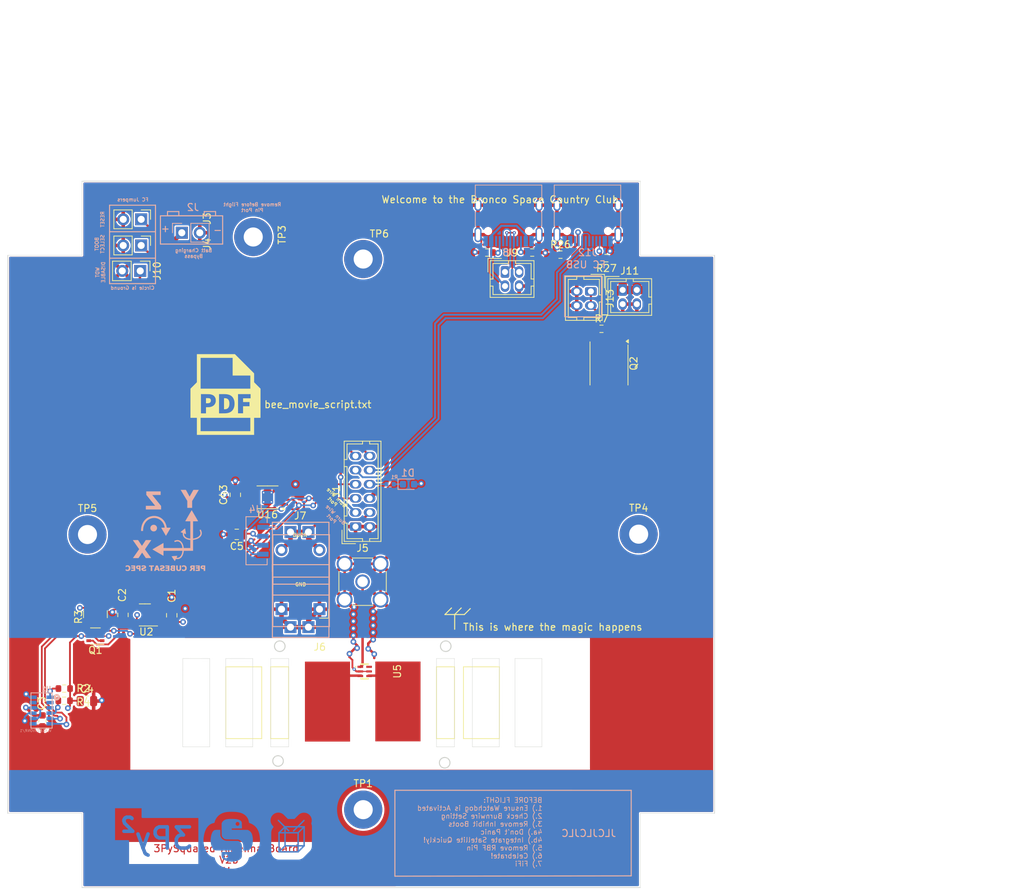
<source format=kicad_pcb>
(kicad_pcb (version 20241229) (generator "pcbnew") (generator_version "9.0")
  (layers (0 "F.Cu" signal) (2 "B.Cu" signal) (13 "F.Paste" user) (15 "B.Paste" user) (5 "F.SilkS" user "F.Silkscreen") (7 "B.SilkS" user "B.Silkscreen") (1 "F.Mask" user) (3 "B.Mask" user) (25 "Edge.Cuts" user))
  (net 0 "")
  (net 1 "GND")
  (net 2 "+3V3")
  (net 3 "Net-(J6-tape_1)")
  (net 4 "Net-(J6-tape_2)")
  (net 5 "Dir_Chrg_In")
  (net 6 "BURN")
  (net 7 "2.8V")
  (net 8 "Net-(D1-A)")
  (net 9 "/SCL_3V")
  (net 10 "/GPIO")
  (net 11 "/XSHUT_2.8V")
  (net 17 "~{FC_RESET}")
  (net 18 "Net-(J5-In)")
  (net 19 "FC_USBBOOT")
  (net 20 "USB_D-")
  (net 21 "/SDA_3V")
  (net 22 "SDA0")
  (net 23 "USB_D+")
  (net 24 "SCL0")
  (net 26 "Net-(J12-CC2)")
  (net 32 "Net-(J12-CC1)")
  (net 40 "Net-(J8-CC1)")
  (net 41 "/Payload_D-")
  (net 42 "Net-(J8-CC2)")
  (net 44 "/Payload_D+")
  (net 46 "/Payload_VBUS")
  (net 47 "WDT_DISABLE")
  (net 48 "/RBF_Low")
  (net 49 "/RBF_High")
  (net 50 "Net-(J13-Pin_1)")
  (footprint "Resistor_SMD:R_0603_1608Metric" (layer "F.Cu") (at 123.5208 135.7694)
    (property "Reference" "R4")
    (property "Value" "10K")
  )
  (footprint "Antenna_board:Burn_Wire" (layer "F.Cu") (at 157.7858 105.3069)
    (property "Reference" "J7")
    (property "Value" "~")
  )
  (footprint "Connector_PinHeader_2.54mm:PinHeader_1x02_P2.54mm_Vertical" (layer "F.Cu") (at 134.4208 67.6194 -90)
    (property "Reference" "J3")
    (property "Value" "FC Reset Jumper")
  )
  (footprint "Resistor_SMD:R_0603_1608Metric" (layer "F.Cu") (at 193.7458 72.6194)
    (property "Reference" "R26")
    (property "Value" "5.1k")
  )
  (footprint "Connector_Hirose:Hirose_DF11-4DP-2DSA_2x02_P2.00mm_Vertical" (layer "F.Cu") (at 202.5458 77.6194)
    (property "Reference" "J11")
    (property "Value" "DF11-4DP-2DSA")
  )
  (footprint "MountingHole:MountingHole_2.7mm_M2.5_Pad" (layer "F.Cu") (at 150.2758 70.1194 90)
    (property "Reference" "TP3")
    (property "Value" "TestPoint")
  )
  (footprint "Connector_Hirose:Hirose_DF11-4DP-2DSA_2x02_P2.00mm_Vertical" (layer "F.Cu") (at 198.0458 77.8194 -90)
    (property "Reference" "J13")
    (property "Value" "DNP")
  )
  (footprint "Capacitor_SMD:C_0805_2012Metric" (layer "F.Cu") (at 126.7458 135.8194)
    (property "Reference" "C4")
    (property "Value" "100nF")
  )
  (footprint "Capacitor_SMD:C_0805_2012Metric" (layer "F.Cu") (at 131.8458 123.6194 90)
    (property "Reference" "C2")
    (property "Value" "10uF")
  )
  (footprint "Connector_Hirose:Hirose_DF11-12DP-2DSA_2x06_P2.00mm_Vertical" (layer "F.Cu") (at 164.7458 111.1194 90)
    (property "Reference" "J1")
    (property "Value" "DEBUG")
  )
  (footprint "Capacitor_SMD:C_0805_2012Metric" (layer "F.Cu") (at 138.7458 123.6694 90)
    (property "Reference" "C1")
    (property "Value" "10uF")
  )
  (footprint "Package_TO_SOT_SMD:TDSON-8-1" (layer "F.Cu") (at 200.6108 88.0194 -90)
    (property "Reference" "Q2")
    (property "Value" "CSD17576Q5B")
  )
  (footprint "Resistor_SMD:R_0603_1608Metric" (layer "F.Cu") (at 200.2458 73.1194 180)
    (property "Reference" "R27")
    (property "Value" "5.1k")
  )
  (footprint "Capacitor_SMD:C_0805_2012Metric" (layer "F.Cu") (at 147.7458 106.6194 90)
    (property "Reference" "C43")
    (property "Value" "100nF")
  )
  (footprint "Connector_PinHeader_2.54mm:PinHeader_1x02_P2.54mm_Vertical" (layer "F.Cu") (at 134.2858 74.9194 -90)
    (property "Reference" "J10")
    (property "Value" "WDT Disable Jumper")
  )
  (footprint "easyeda2kicad:XFMR-SMD_HHM1591D1" (layer "F.Cu") (at 166.0458 131.6194 -90)
    (property "Reference" "U5")
    (property "Value" "HHM1591D1")
  )
  (footprint "Antenna_board:Tape_Measure_Antenna" (layer "F.Cu") (at 165.7858 127.0494)
    (property "Reference" "J6")
    (property "Value" "~")
    (fp_line (start -25.4804 15.2476) (end -21.6562 15.2476) (stroke (width 0.05)) (layer "Edge.Cuts"))
    (fp_line (start -25.4662 2.7476) (end -25.4804 15.2476) (stroke (width 0.05)) (layer "Edge.Cuts"))
    (fp_line (start -21.6562 2.7524) (end -25.4662 2.7476) (stroke (width 0.05)) (layer "Edge.Cuts"))
    (fp_line (start -21.6562 15.2476) (end -21.6562 2.7524) (stroke (width 0.05)) (layer "Edge.Cuts"))
    (fp_line (start -19.4062 15.25) (end -15.582 15.25) (stroke (width 0.05)) (layer "Edge.Cuts"))
    (fp_line (start -19.392 2.75) (end -19.4062 15.25) (stroke (width 0.05)) (layer "Edge.Cuts"))
    (fp_line (start -15.582 2.7548) (end -19.392 2.75) (stroke (width 0.05)) (layer "Edge.Cuts"))
    (fp_line (start -15.582 15.25) (end -15.582 2.7548) (stroke (width 0.05)) (layer "Edge.Cuts"))
    (fp_line (start -13.042 2.75) (end -10.502 2.75) (stroke (width 0.05)) (layer "Edge.Cuts"))
    (fp_line (start -13.042 15.25) (end -13.042 2.75) (stroke (width 0.05)) (layer "Edge.Cuts"))
    (fp_line (start -10.502 2.75) (end -10.502 15.25) (stroke (width 0.05)) (layer "Edge.Cuts"))
    (fp_line (start -10.502 15.25) (end -13.042 15.25) (stroke (width 0.05)) (layer "Edge.Cuts"))
    (fp_line (start 10.42 2.75) (end 10.42 15.25) (stroke (width 0.05)) (layer "Edge.Cuts"))
    (fp_line (start 10.42 15.25) (end 12.96 15.25) (stroke (width 0.05)) (layer "Edge.Cuts"))
    (fp_line (start 12.96 2.75) (end 10.42 2.75) (stroke (width 0.05)) (layer "Edge.Cuts"))
    (fp_line (start 12.96 15.25) (end 12.96 2.75) (stroke (width 0.05)) (layer "Edge.Cuts"))
    (fp_line (start 15.5 2.75) (end 15.5 15.25) (stroke (width 0.05)) (layer "Edge.Cuts"))
    (fp_line (start 15.5 15.25) (end 19.31 15.25) (stroke (width 0.05)) (layer "Edge.Cuts"))
    (fp_line (start 19.31 2.75) (end 15.5 2.75) (stroke (width 0.05)) (layer "Edge.Cuts"))
    (fp_line (start 19.31 15.25) (end 19.31 2.75) (stroke (width 0.05)) (layer "Edge.Cuts"))
    (fp_line (start 21.5258 2.75) (end 21.5258 15.25) (stroke (width 0.05)) (layer "Edge.Cuts"))
    (fp_line (start 21.5258 15.25) (end 25.3358 15.25) (stroke (width 0.05)) (layer "Edge.Cuts"))
    (fp_line (start 25.3358 2.75) (end 21.5258 2.75) (stroke (width 0.05)) (layer "Edge.Cuts"))
    (fp_line (start 25.3358 15.25) (end 25.3358 2.75) (stroke (width 0.05)) (layer "Edge.Cuts"))
    (fp_circle (center -12 17.25) (end -12.75 17.25) (stroke (width 0.15)) (fill no) (layer "Edge.Cuts"))
    (fp_circle (center -11.7562 1) (end -11.0062 1) (stroke (width 0.15)) (fill no) (layer "Edge.Cuts"))
    (fp_circle (center 11.5758 17.5) (end 12.3258 17.5) (stroke (width 0.15)) (fill no) (layer "Edge.Cuts"))
    (fp_circle (center 11.7258 1) (end 12.4758 1) (stroke (width 0.15)) (fill no) (layer "Edge.Cuts"))
  )
  (footprint "MountingHole:MountingHole_2.7mm_M2.5_Pad" (layer "F.Cu") (at 126.8258 112.2394)
    (property "Reference" "TP5")
    (property "Value" "TestPoint")
  )
  (footprint "Resistor_SMD:R_0603_1608Metric" (layer "F.Cu") (at 199.5458 83.1194)
    (property "Reference" "R7")
    (property "Value" "1M")
  )
  (footprint "MountingHole:MountingHole_2.7mm_M2.5_Pad" (layer "F.Cu") (at 165.8358 73.2394)
    (property "Reference" "TP6")
    (property "Value" "TestPoint")
  )
  (footprint "Package_TO_SOT_SMD:SOT-23-5" (layer "F.Cu") (at 134.9458 123.6194 180)
    (property "Reference" "U2")
    (property "Value" "LP5907-2.8V")
  )
  (footprint "Resistor_SMD:R_0603_1608Metric" (layer "F.Cu") (at 189.7458 72.3194 180)
    (property "Reference" "R6" (hide yes))
    (property "Value" "5.1k")
  )
  (footprint "LOGO" (layer "F.Cu") (at 146.3458 92.4194)
    (property "Reference" "G***" (hide yes))
    (property "Value" "LOGO" (hide yes))
  )
  (footprint "MountingHole:MountingHole_2.7mm_M2.5_Pad" (layer "F.Cu") (at 165.8358 151.1894)
    (property "Reference" "TP1")
    (property "Value" "TestPoint")
  )
  (footprint "MountingHole:MountingHole_2.7mm_M2.5_Pad" (layer "F.Cu") (at 204.8058 112.1894)
    (property "Reference" "TP4")
    (property "Value" "TestPoint")
  )
  (footprint "Resistor_SMD:R_0603_1608Metric" (layer "F.Cu") (at 123.5358 134.0494)
    (property "Reference" "R2")
    (property "Value" "10K")
  )
  (footprint "Capacitor_SMD:C_0603_1608Metric" (layer "F.Cu") (at 120.4458 138.6194 -90)
    (property "Reference" "C3")
    (property "Value" "0.1uF")
  )
  (footprint "Connector_Coaxial:SMA_Amphenol_901-144_Vertical" (layer "F.Cu") (at 165.7458 118.9194)
    (property "Reference" "J5")
    (property "Value" "Conn_Coaxial")
  )
  (footprint "Connector_Hirose:Hirose_DF11-4DP-2DSA_2x02_P2.00mm_Vertical" (layer "F.Cu") (at 185.8958 75.0694)
    (property "Reference" "J9")
    (property "Value" "DF11-4DP-2DSA")
  )
  (footprint "Resistor_SMD:R_0603_1608Metric" (layer "F.Cu") (at 183.3708 72.3194)
    (property "Reference" "R5" (hide yes))
    (property "Value" "5.1k")
  )
  (footprint "Package_TO_SOT_SMD:SOT-363_SC-70-6" (layer "F.Cu") (at 127.9458 126.6194 180)
    (property "Reference" "Q1")
    (property "Value" "BSS138")
  )
  (footprint "Resistor_SMD:R_Array_Convex_4x0603" (layer "F.Cu") (at 127.9458 123.5194 -90)
    (property "Reference" "R3")
    (property "Value" "10K")
  )
  (footprint "LOGO" (layer "F.Cu") (at 244.6458 63.3194)
    (property "Reference" "G***" (hide yes))
    (property "Value" "LOGO" (hide yes))
  )
  (footprint "LOGO" (layer "F.Cu") (at 186.937277 157.595673)
    (property "Reference" "G***" (hide yes))
    (property "Value" "LOGO" (hide yes))
  )
  (footprint "Package_SO:MSOP-8-1EP_3x3mm_P0.65mm_EP1.5x1.8mm_ThermalVias" (layer "F.Cu") (at 152.2958 106.9694 180)
    (property "Reference" "U16")
    (property "Value" "MCP9808T-E/MS")
  )
  (footprint "Capacitor_SMD:C_0805_2012Metric" (layer "F.Cu") (at 147.9458 112.2194 180)
    (property "Reference" "C5")
    (property "Value" "100nF")
  )
  (footprint "Connector_PinHeader_2.54mm:PinHeader_1x02_P2.54mm_Vertical" (layer "F.Cu") (at 134.4208 71.3194 -90)
    (property "Reference" "J4")
    (property "Value" "FC USB Bootselect Jumper")
  )
  (footprint "LOGO" (layer "B.Cu") (at 121.9208 99.3944 180)
    (property "Reference" "G***" (hide yes))
    (property "Value" "LOGO" (hide yes))
  )
  (footprint "LOGO" (layer "B.Cu") (at 151.4458 120.8194 180)
    (property "Reference" "G***" (hide yes))
    (property "Value" "LOGO" (hide yes))
  )
  (footprint "LOGO" (layer "B.Cu") (at 128.5208 95.0944 180)
    (property "Reference" "G***" (hide yes))
    (property "Value" "LOGO" (hide yes))
  )
  (footprint "LOGO" (layer "B.Cu") (at 134.2208 99.0944 180)
    (property "Reference" "G***" (hide yes))
    (property "Value" "LOGO" (hide yes))
  )
  (footprint "VEML7700-TT:XDCR_VEML7700-TT" (layer "B.Cu") (at 150.7458 113.1194 180)
    (property "Reference" "U4")
    (property "Value" "VEML7700")
  )
  (footprint "LED_SMD:LED_0603_1608Metric" (layer "B.Cu") (at 172.2458 105.1194)
    (property "Reference" "D1")
    (property "Value" "Blue")
  )
  (footprint "Connector_PinHeader_2.54mm:PinHeader_1x02_P2.54mm_Vertical" (layer "B.Cu") (at 140.1708 69.5194 -90)
    (property "Reference" "J2")
    (property "Value" "Battery Charge Bypass")
  )
  (footprint "Connector_USB:USB_C_Receptacle_HRO_TYPE-C-31-M-12" (layer "B.Cu") (at 197.5658 66.6694)
    (property "Reference" "J12")
    (property "Value" "USB_C_Receptacle_USB2.0_16P")
  )
  (footprint "LOGO" (layer "B.Cu") (at 134.038512 89.460746 180)
    (property "Reference" "G***" (hide yes))
    (property "Value" "LOGO" (hide yes))
  )
  (footprint "LOGO" (layer "B.Cu") (at 151.42669 120.832264 180)
    (property "Reference" "G***" (hide yes))
    (property "Value" "LOGO" (hide yes))
  )
  (footprint "LOGO" (layer "B.Cu") (at 122.540944 90.487311 180)
    (property "Reference" "G***" (hide yes))
    (property "Value" "LOGO" (hide yes))
  )
  (footprint "LOGO" (layer "B.Cu") (at 147.2458 156.1194 180)
    (property "Reference" "G***" (hide yes))
    (property "Value" "LOGO" (hide yes))
  )
  (footprint "LOGO" (layer "B.Cu") (at 145.2458 94.1194 180)
    (property "Reference" "G***" (hide yes))
    (property "Value" "LOGO" (hide yes))
  )
  (footprint "LOGO" (layer "B.Cu") (at 147.2458 156.1194 180)
    (property "Reference" "G***" (hide yes))
    (property "Value" "LOGO" (hide yes))
  )
  (footprint "mainboard:XYZ_cubesat-top" (layer "B.Cu") (at 138.2458 112.3694 180)
    (property "Reference" "REF**" (hide yes))
    (property "Value" "Val**" (hide yes))
  )
  (footprint "Connector_USB:USB_C_Receptacle_HRO_TYPE-C-31-M-12" (layer "B.Cu") (at 186.3958 66.6694)
    (property "Reference" "J8")
    (property "Value" "USB_C_Receptacle_USB2.0_16P")
  )
  (footprint "Adafruit VL6180 Time of Flight Sensor:VL6180" (layer "B.Cu") (at 120.3258 137.1544 180)
    (property "Reference" "U1")
    (property "Value" "VL6180XV0NR/1")
  )
  (footprint "LOGO" (layer "B.Cu") (at 165.7458 88.1194 180)
    (property "Reference" "G***" (hide yes))
    (property "Value" "LOGO" (hide yes))
  )
  (footprint "LOGO" (layer "B.Cu") (at 186.7458 115.1194 180)
    (property "Reference" "G***" (hide yes))
    (property "Value" "LOGO" (hide yes))
  )
  (footprint "Resistor_SMD:R_0402_1005Metric" (layer "B.Cu") (at 169.645799 105.1194)
    (property "Reference" "R1")
    (property "Value" "10k")
  )
  (gr_line (start 154.7758 156.3094) (end 157.4758 156.3094) (stroke (width 0.2)) (layer "B.Cu"))
  (gr_line (start 156.6258 154.4594) (end 157.4758 153.6094) (stroke (width 0.2)) (layer "B.Cu"))
  (gr_line (start 153.9258 154.4594) (end 154.7758 153.6094) (stroke (width 0.2)) (layer "B.Cu"))
  (gr_line (start 157.4558 152.7194) (end 155.9758 154.1994) (stroke (width 0.2)) (layer "B.Cu"))
  (gr_line (start 154.7758 153.6094) (end 154.7758 156.3094) (stroke (width 0.2)) (layer "B.Cu"))
  (gr_line (start 157.4758 156.3094) (end 156.6258 157.1594) (stroke (width 0.2)) (layer "B.Cu"))
  (gr_line (start 153.9258 154.4594) (end 153.9258 157.1594) (stroke (width 0.2)) (layer "B.Cu"))
  (gr_line (start 156.6258 154.4594) (end 153.9258 154.4594) (stroke (width 0.2)) (layer "B.Cu"))
  (gr_line (start 157.4758 153.6094) (end 157.4758 156.3094) (stroke (width 0.2)) (layer "B.Cu"))
  (gr_line (start 153.9258 157.1594) (end 154.7758 156.3094) (stroke (width 0.2)) (layer "B.Cu"))
  (gr_line (start 153.9258 157.1594) (end 156.6258 157.1594) (stroke (width 0.2)) (layer "B.Cu"))
  (gr_line (start 157.4758 153.6094) (end 154.7758 153.6094) (stroke (width 0.2)) (layer "B.Cu"))
  (gr_line (start 156.6258 157.1594) (end 156.6258 154.4594) (stroke (width 0.2)) (layer "B.Cu"))
  (gr_line (start 153.8258 152.7094) (end 155.2958 154.1794) (stroke (width 0.2)) (layer "B.Cu"))
  (gr_line (start 178.7758 125.6544) (end 178.7758 123.5644) (stroke (width 0.15)) (layer "F.SilkS"))
  (gr_line (start 177.3958 123.5644) (end 178.3258 122.6344) (stroke (width 0.15)) (layer "F.SilkS"))
  (gr_line (start 178.7758 123.5644) (end 179.7058 122.6344) (stroke (width 0.15)) (layer "F.SilkS"))
  (gr_line (start 178.7758 123.5644) (end 180.1358 123.5644) (stroke (width 0.15)) (layer "F.SilkS"))
  (gr_line (start 180.1458 123.5644) (end 180.9858 122.7244) (stroke (width 0.15)) (layer "F.SilkS"))
  (gr_line (start 178.7758 123.5644) (end 177.3958 123.5644) (stroke (width 0.15)) (layer "F.SilkS"))
  (gr_line (start 153.0458 118.2694) (end 153.0458 119.2694) (stroke (width 0.15)) (layer "B.SilkS"))
  (gr_line (start 129.9458 73.1194) (end 136.4458 73.1194) (stroke (width 0.15)) (layer "B.SilkS"))
  (gr_line (start 136.4458 76.7194) (end 136.4458 65.6194) (stroke (width 0.15)) (layer "B.SilkS"))
  (gr_line (start 136.4458 65.6194) (end 136.4458 73.1194) (stroke (width 0.15)) (layer "B.SilkS"))
  (gr_line (start 170.31595 148.446095) (end 170.31595 160.606095) (stroke (width 0.15)) (layer "B.SilkS"))
  (gr_line (start 144.9458 66.5194) (end 143.3458 66.5194) (stroke (width 0.15)) (layer "B.SilkS"))
  (gr_line (start 144.9458 67.1194) (end 144.9458 66.5194) (stroke (width 0.15)) (layer "B.SilkS"))
  (gr_line (start 143.3458 66.5194) (end 143.3458 67.1194) (stroke (width 0.15)) (layer "B.SilkS"))
  (gr_line (start 138.1458 66.5194) (end 139.7458 66.5194) (stroke (width 0.15)) (layer "B.SilkS"))
  (gr_line (start 139.7458 66.5194) (end 139.7458 67.1194) (stroke (width 0.15)) (layer "B.SilkS"))
  (gr_line (start 129.9458 69.3694) (end 136.4458 69.3694) (stroke (width 0.15)) (layer "B.SilkS"))
  (gr_line (start 161.0458 112.2694) (end 161.0458 125.2694) (stroke (width 0.15)) (layer "B.SilkS"))
  (gr_line (start 161.0458 118.2694) (end 153.0458 118.2694) (stroke (width 0.15)) (layer "B.SilkS"))
  (gr_line (start 143.3458 67.1194) (end 138.1458 67.1194) (stroke (width 0.15)) (layer "B.SilkS"))
  (gr_line (start 161.0458 125.2694) (end 153.0458 125.2694) (stroke (width 0.15)) (layer "B.SilkS"))
  (gr_line (start 136.4458 65.6194) (end 129.9458 65.6194) (stroke (width 0.15)) (layer "B.SilkS"))
  (gr_line (start 153.0458 125.2694) (end 153.0458 112.2694) (stroke (width 0.15)) (layer "B.SilkS"))
  (gr_line (start 129.9458 76.7194) (end 136.4458 76.7194) (stroke (width 0.15)) (layer "B.SilkS"))
  (gr_line (start 153.0458 112.2694) (end 161.0458 112.2694) (stroke (width 0.15)) (layer "B.SilkS"))
  (gr_line (start 138.1458 67.1194) (end 138.1458 66.5194) (stroke (width 0.15)) (layer "B.SilkS"))
  (gr_line (start 170.31595 148.446095) (end 203.75595 148.456095) (stroke (width 0.15)) (layer "B.SilkS"))
  (gr_line (start 203.75595 148.456095) (end 203.75595 160.548576) (stroke (width 0.15)) (layer "B.SilkS"))
  (gr_rect (start 194.3458 75.6194) (end 199.5458 81.4194) (stroke (width 0.15)) (fill no) (layer "B.SilkS"))
  (gr_line (start 170.31595 160.606095) (end 203.75595 160.558576) (stroke (width 0.15)) (layer "B.SilkS"))
  (gr_line (start 153.0458 119.2694) (end 161.0458 119.2694) (stroke (width 0.15)) (layer "B.SilkS"))
  (gr_line (start 129.9458 65.6194) (end 129.9458 76.7194) (stroke (width 0.15)) (layer "B.SilkS"))
  (gr_line (start 145.9458 71.1194) (end 145.9458 67.1194) (stroke (width 0.15)) (layer "B.SilkS"))
  (gr_line (start 137.1458 67.1194) (end 137.1458 71.1194) (stroke (width 0.15)) (layer "B.SilkS"))
  (gr_line (start 145.9458 67.1194) (end 137.1458 67.1194) (stroke (width 0.15)) (layer "B.SilkS"))
  (gr_line (start 137.1458 71.1194) (end 145.9458 71.1194) (stroke (width 0.15)) (layer "B.SilkS"))
  (gr_line (start 126.0462 62.2172) (end 140.6458 62.2172) (stroke (width 0.1)) (layer "Edge.Cuts"))
  (gr_line (start 126.0462 162.2172) (end 126.0462 151.7172) (stroke (width 0.05)) (layer "Edge.Cuts"))
  (gr_line (start 205.0462 62.2172) (end 205.0462 72.7172) (stroke (width 0.05)) (layer "Edge.Cuts"))
  (gr_line (start 205.0462 162.2172) (end 126.0462 162.2172) (stroke (width 0.1)) (layer "Edge.Cuts"))
  (gr_line (start 126.0462 72.7172) (end 126.0462 62.2172) (stroke (width 0.05)) (layer "Edge.Cuts"))
  (gr_line (start 215.5462 151.7172) (end 205.0462 151.7172) (stroke (width 0.05)) (layer "Edge.Cuts"))
  (gr_line (start 205.0462 72.7172) (end 215.5462 72.7172) (stroke (width 0.05)) (layer "Edge.Cuts"))
  (gr_line (start 126.0462 151.7172) (end 115.5462 151.7172) (stroke (width 0.05)) (layer "Edge.Cuts"))
  (gr_line (start 205.0462 62.2172) (end 151.8458 62.2172) (stroke (width 0.1)) (layer "Edge.Cuts"))
  (gr_line (start 215.5462 72.7172) (end 215.5462 151.7172) (stroke (width 0.1)) (layer "Edge.Cuts"))
  (gr_line (start 205.0462 151.7172) (end 205.0462 162.2172) (stroke (width 0.05)) (layer "Edge.Cuts"))
  (gr_line (start 115.5462 72.7172) (end 115.5462 151.7172) (stroke (width 0.1)) (layer "Edge.Cuts"))
  (gr_line (start 140.6383 62.2194) (end 151.8458 62.2172) (stroke (width 0.1)) (layer "Edge.Cuts"))
  (gr_line (start 115.5462 72.7172) (end 126.0462 72.7172) (stroke (width 0.05)) (layer "Edge.Cuts"))
  (gr_text "3PySquared Antenna Board \nV2b\nMichael Pham | Nicole Maggard | Ernesto Montes\n" (at 146.8258 158.2994 0) (layer "F.Cu") (effects (font (size 1 1))))
  (gr_text "2" (at 132.5558 153.3494 0) (layer "B.Cu") (effects (font (size 2 2) (thickness 0.5)) (justify mirror)))
  (gr_text "3Py" (at 137.610184 155.263934 0) (layer "B.Cu") (effects (font (size 3 3) (thickness 0.5)) (justify mirror)))
  (gr_text "Welcome to the Bronco Space Country Club" (at 185.1958 64.8194 0) (layer "F.SilkS") (effects (font (size 1 1))))
  (gr_text "bee_movie_script.txt" (at 151.7458 94.4194 0) (layer "F.SilkS") (effects (font (size 1 1)) (justify left bottom)))
  (gr_text "This is where the magic happens" (at 192.6458 125.3394 0) (layer "F.SilkS") (effects (font (size 1 1))))
  (gr_text "JLCJLCJLC" (at 197.7458 155.1194 0) (layer "B.SilkS") (effects (font (size 1 1)) (justify bottom mirror)))
  (gr_text "Remove Before Flight\nPin Port" (at 150.1458 65.9194 0) (layer "B.SilkS") (effects (font (size 0.5 0.5) (thickness 0.1)) (justify mirror)))
  (gr_text "BEFORE FLIGHT:\n1.) Ensure Watchdog is Activated\n2.) Check Burnwire Setting\n3.) Remove Inhibit Boots\n4a.) Don't Panic\n4b.) Integrate Satellite Quickly!\n5.) Remove RBF Pin\n6.) Celebrate! \n7.) FiFi" (at 191.2458 154.356095 0) (layer "B.SilkS") (effects (font (size 0.7 0.7) (thickness 0.1)) (justify left mirror)))
  (gr_text "-" (at 145.2458 69.1194 0) (layer "B.SilkS") (effects (font (size 1 1)) (justify mirror)))
  (gr_text "BOOT\nSELECT" (at 129.2458 71.1194 90) (layer "B.SilkS") (effects (font (size 0.5 0.5) (thickness 0.1) (bold yes)) (justify bottom mirror)))
  (gr_text "Batt Charging\nBypass" (at 141.8458 72.4194 0) (layer "B.SilkS") (effects (font (size 0.5 0.5) (thickness 0.1)) (justify mirror)))
  (gr_text "FC Jumpers" (at 133.2458 65.1194 0) (layer "B.SilkS") (effects (font (size 0.5 0.5) (thickness 0.1) (bold yes)) (justify bottom mirror)))
  (gr_text "+\n" (at 137.8458 68.9194 0) (layer "B.SilkS") (effects (font (size 1 1)) (justify mirror)))
  (gr_text "RESET" (at 129.2458 67.6194 90) (layer "B.SilkS") (effects (font (size 0.5 0.5) (thickness 0.1) (bold yes)) (justify bottom mirror)))
  (gr_text "Circle is Ground" (at 133.1958 77.6194 0) (layer "B.SilkS") (effects (font (size 0.5 0.5) (thickness 0.1) (bold yes)) (justify bottom mirror)))
  (gr_text "Burn Wire\nPort" (at 161.6458 109.7194 315) (layer "B.SilkS") (effects (font (size 0.5 0.5) (thickness 0.1)) (justify mirror)))
  (gr_text "FC USB" (at 200.2458 74.6194 0) (layer "B.SilkS") (effects (font (size 1 1)) (justify left bottom mirror)))
  (gr_text "WDT\nDISABLE" (at 129.3458 75.1194 90) (layer "B.SilkS") (effects (font (size 0.5 0.5) (thickness 0.1) (bold yes)) (justify bottom mirror)))
  (segment (start 164.3068 130.004414) (end 163.8958 129.593414) (width 0.254) (layer "F.Cu") (net 1))
  (segment (start 201.0708 73.1194) (end 201.0708 72.4444) (width 0.381) (layer "F.Cu") (net 1))
  (segment (start 130.901194 122.669401) (end 130.347958 123.222637) (width 0.25) (layer "F.Cu") (net 1))
  (segment (start 167.2458 122.4994) (end 168.2858 121.4594) (width 0.34925) (layer "F.Cu") (net 1))
  (segment (start 164.4458 127.4194) (end 164.4458 126.5194) (width 0.34925) (layer "F.Cu") (net 1))
  (segment (start 163.2058 121.4594) (end 163.2058 116.3794) (width 0.34925) (layer "F.Cu") (net 1))
  (segment (start 181.6958 72.3194) (end 182.5458 72.3194) (width 0.25) (layer "F.Cu") (net 1))
  (segment (start 164.2658 122.5194) (end 163.2058 121.4594) (width 0.34925) (layer "F.Cu") (net 1))
  (segment (start 138.7458 122.7194) (end 138.7458 121.1194) (width 0.381) (layer "F.Cu") (net 1))
  (segment (start 164.971175 127.944775) (end 164.4458 127.4194) (width 0.34925) (layer "F.Cu") (net 1))
  (segment (start 164.5578 131.3074) (end 164.3068 131.0564) (width 0.254) (layer "F.Cu") (net 1))
  (segment (start 163.2058 116.3794) (end 168.2858 116.3794) (width 0.34925) (layer "F.Cu") (net 1))
  (segment (start 166.6658 131.6194) (end 165.4258 131.6194) (width 0.1524) (layer "F.Cu") (net 1))
  (segment (start 127.6958 135.8194) (end 128.7458 135.8194) (width 0.3) (layer "F.Cu") (net 1))
  (segment (start 155.5458 125.3519) (end 158.0858 125.3519) (width 0.635) (layer "F.Cu") (net 1))
  (segment (start 164.4458 122.6194) (end 164.5458 122.5194) (width 0.34925) (layer "F.Cu") (net 1))
  (segment (start 166.6458 128.4194) (end 167.3958 129.1694) (width 0.34925) (layer "F.Cu") (net 1))
  (segment (start 166.5458 128.4194) (end 166.3958 128.5694) (width 0.34925) (layer "F.Cu") (net 1))
  (segment (start 166.5458 128.4194) (end 166.6458 128.4194) (width 0.34925) (layer "F.Cu") (net 1))
  (segment (start 131.8458 122.669401) (end 130.901194 122.669401) (width 0.25) (layer "F.Cu") (net 1))
  (segment (start 192.9208 71.9444) (end 193.2458 71.6194) (width 0.1524) (layer "F.Cu") (net 1))
  (segment (start 200.7458 72.1194) (end 200.7458 70.9394) (width 0.1524) (layer "F.Cu") (net 1))
  (segment (start 191.5458 72.3194) (end 191.5958 72.3694) (width 0.25) (layer "F.Cu") (net 1))
  (segment (start 164.4458 123.5194) (end 164.4458 122.6194) (width 0.34925) (layer "F.Cu") (net 1))
  (segment (start 164.971175 128.3194) (end 164.6958 128.3194) (width 0.34925) (layer "F.Cu") (net 1))
  (segment (start 164.5458 122.5194) (end 164.2658 122.5194) (width 0.34925) (layer "F.Cu") (net 1))
  (segment (start 168.2858 116.3794) (end 168.2858 121.4594) (width 0.34925) (layer "F.Cu") (net 1))
  (segment (start 167.2458 123.1194) (end 167.2458 126.6194) (width 0.34925) (layer "F.Cu") (net 1))
  (segment (start 192.9208 72.6194) (end 192.9208 71.9444) (width 0.1524) (layer "F.Cu") (net 1))
  (segment (start 164.4458 124.5194) (end 164.4458 123.5194) (width 0.34925) (layer "F.Cu") (net 1))
  (segment (start 164.4458 126.5194) (end 164.4458 125.5194) (width 0.34925) (layer "F.Cu") (net 1))
  (segment (start 164.4458 125.5194) (end 164.4458 124.5194) (width 0.34925) (layer "F.Cu") (net 1))
  (segment (start 164.971175 128.3194) (end 164.971175 127.944775) (width 0.34925) (layer "F.Cu") (net 1))
  (segment (start 182.5458 72.3194) (end 182.5458 70.2694) (width 0.25) (layer "F.Cu") (net 1))
  (segment (start 138.7458 122.7194) (end 140.6458 122.7194) (width 0.381) (layer "F.Cu") (net 1))
  (segment (start 128.7458 135.8194) (end 128.8458 135.7194) (width 0.3) (layer "F.Cu") (net 1))
  (segment (start 154.2758 122.8119) (end 154.2758 124.0819) (width 0.635) (layer "F.Cu") (net 1))
  (segment (start 200.7458 70.9394) (end 201.8858 69.7994) (width 0.1524) (layer "F.Cu") (net 1))
  (segment (start 166.5458 127.6694) (end 166.5458 128.4194) (width 0.34925) (layer "F.Cu") (net 1))
  (segment (start 164.6958 128.3194) (end 163.8958 129.1194) (width 0.34925) (layer "F.Cu") (net 1))
  (segment (start 164.8698 131.6194) (end 164.5578 131.3074) (width 0.254) (layer "F.Cu") (net 1))
  (segment (start 147.7458 105.669401) (end 147.7458 104.6194) (width 0.381) (layer "F.Cu") (net 1))
  (segment (start 167.2458 123.1194) (end 167.2458 122.4994) (width 0.34925) (layer "F.Cu") (net 1))
  (segment (start 181.6458 72.2694) (end 181.6958 72.3194) (width 0.25) (layer "F.Cu") (net 1))
  (segment (start 149.858301 105.669401) (end 150.1833 105.9944) (width 0.381) (layer "F.Cu") (net 1))
  (segment (start 158.0858 125.3519) (end 158.0858 124.3719) (width 0.635) (layer "F.Cu") (net 1))
  (segment (start 155.3708 105.9944) (end 156.2458 105.1194) (width 0.381) (layer "F.Cu") (net 1))
  (segment (start 154.4083 105.9944) (end 155.3708 105.9944) (width 0.381) (layer "F.Cu") (net 1))
  (segment (start 165.4258 131.6194) (end 164.8698 131.6194) (width 0.254) (layer "F.Cu") (net 1))
  (segment (start 182.5458 70.2694) (end 182.0758 69.7994) (width 0.25) (layer "F.Cu") (net 1))
  (segment (start 154.4083 105.9944) (end 153.2708 105.9944) (width 0.381) (layer "F.Cu") (net 1))
  (segment (start 167.3958 129.7194) (end 167.3958 129.1694) (width 0.34925) (layer "F.Cu") (net 1))
  (segment (start 118.710655 139.3944) (end 117.9458 138.629545) (width 0.381) (layer "F.Cu") (net 1))
  (segment (start 190.5708 72.3194) (end 191.5458 72.3194) (width 0.25) (layer "F.Cu") (net 1))
  (segment (start 146.9958 112.2194) (end 146.0458 112.2194) (width 0.3) (layer "F.Cu") (net 1))
  (segment (start 147.7458 105.669401) (end 149.858301 105.669401) (width 0.381) (layer "F.Cu") (net 1))
  (segment (start 164.971175 128.3194) (end 165.0958 128.444025) (width 0.34925) (layer "F.Cu") (net 1))
  (segment (start 154.2758 124.0819) (end 155.5458 125.3519) (width 0.635) (layer "F.Cu") (net 1))
  (segment (start 153.2708 105.9944) (end 152.2958 106.9694) (width 0.381) (layer "F.Cu") (net 1))
  (segment (start 190.5708 72.3194) (end 190.5708 69.9444) (width 0.25) (layer "F.Cu") (net 1))
  (segment (start 190.5708 69.9444) (end 190.7158 69.7994) (width 0.25) (layer "F.Cu") (net 1))
  (segment (start 120.4458 139.3944) (end 118.710655 139.3944) (width 0.381) (layer "F.Cu") (net 1))
  (segment (start 164.3068 131.0564) (end 164.3068 130.004414) (width 0.254) (layer "F.Cu") (net 1))
  (segment (start 167.2458 126.6194) (end 167.2458 126.9694) (width 0.34925) (layer "F.Cu") (net 1))
  (segment (start 158.0858 124.3719) (end 159.6458 122.8119) (width 0.635) (layer "F.Cu") (net 1))
  (segment (start 150.1833 106.6444) (end 150.1833 105.9944) (width 0.381) (layer "F.Cu") (net 1))
  (segment (start 167.2458 126.9694) (end 166.5458 127.6694) (width 0.34925) (layer "F.Cu") (net 1))
  (segment (start 163.8958 129.1194) (end 163.8958 129.593414) (width 0.34925) (layer "F.Cu") (net 1))
  (segment (start 201.0708 72.4444) (end 200.7458 72.1194) (width 0.381) (layer "F.Cu") (net 1))
  (via (at 200.7458 72.1194) (size 0.8) (drill 0.4) (layers "F.Cu" "B.Cu") (net 1))
  (via (at 138.7458 121.1194) (size 0.8) (drill 0.4) (layers "F.Cu" "B.Cu") (net 1))
  (via (at 193.2458 71.6194) (size 0.8) (drill 0.4) (layers "F.Cu" "B.Cu") (net 1))
  (via (at 167.2458 127.1194) (size 0.8) (drill 0.4) (layers "F.Cu" "B.Cu") (net 1))
  (via (at 167.2458 123.1194) (size 0.8) (drill 0.4) (layers "F.Cu" "B.Cu") (net 1))
  (via (at 191.5958 72.3694) (size 0.8) (drill 0.4) (layers "F.Cu" "B.Cu") (net 1))
  (via (at 130.347958 123.222637) (size 0.8) (drill 0.4) (layers "F.Cu" "B.Cu") (net 1))
  (via (at 156.2458 105.1194) (size 0.8) (drill 0.4) (layers "F.Cu" "B.Cu") (net 1))
  (via (at 167.2458 126.1194) (size 0.8) (drill 0.4) (layers "F.Cu" "B.Cu") (net 1))
  (via (at 128.8458 135.7194) (size 0.8) (drill 0.4) (layers "F.Cu" "B.Cu") (net 1))
  (via (at 164.4458 125.5194) (size 0.8) (drill 0.4) (layers "F.Cu" "B.Cu") (net 1))
  (via (at 167.2458 124.1194) (size 0.8) (drill 0.4) (layers "F.Cu" "B.Cu") (net 1))
  (via (at 167.3958 129.1694) (size 0.8) (drill 0.4) (layers "F.Cu" "B.Cu") (net 1))
  (via (at 147.7458 104.6194) (size 0.8) (drill 0.4) (layers "F.Cu" "B.Cu") (net 1))
  (via (at 164.4458 123.5194) (size 0.8) (drill 0.4) (layers "F.Cu" "B.Cu") (net 1))
  (via (at 117.9458 138.629545) (size 0.8) (drill 0.4) (layers "F.Cu" "B.Cu") (net 1))
  (via (at 174.0458 105.0194) (size 0.8) (drill 0.4) (layers "F.Cu" "B.Cu") (net 1))
  (via (at 164.4458 124.5194) (size 0.8) (drill 0.4) (layers "F.Cu" "B.Cu") (net 1))
  (via (at 164.5458 122.5194) (size 0.8) (drill 0.4) (layers "F.Cu" "B.Cu") (net 1))
  (via (at 163.8958 129.1194) (size 0.8) (drill 0.4) (layers "F.Cu" "B.Cu") (net 1))
  (via (at 164.5578 131.3074) (size 0.46) (drill 0.2) (layers "F.Cu" "B.Cu") (net 1))
  (via (at 164.4458 126.5194) (size 0.8) (drill 0.4) (layers "F.Cu" "B.Cu") (net 1))
  (via (at 167.2458 125.1194) (size 0.8) (drill 0.4) (layers "F.Cu" "B.Cu") (net 1))
  (via (at 146.0458 112.2194) (size 0.8) (drill 0.4) (layers "F.Cu" "B.Cu") (net 1))
  (via (at 164.4458 127.4194) (size 0.8) (drill 0.4) (layers "F.Cu" "B.Cu") (net 1))
  (via (at 140.6458 122.7194) (size 0.8) (drill 0.4) (layers "F.Cu" "B.Cu") (net 1))
  (via (at 118.1458 134.8194) (size 0.8) (drill 0.4) (layers "F.Cu" "B.Cu") (net 1))
  (via (at 181.6458 72.2694) (size 0.8) (drill 0.4) (layers "F.Cu" "B.Cu") (net 1))
  (via (at 164.971175 128.3194) (size 0.8) (drill 0.4) (layers "F.Cu" "B.Cu") (net 1))
  (via (at 166.5458 128.4194) (size 0.8) (drill 0.4) (layers "F.Cu" "B.Cu") (net 1))
  (via (at 149.9708 113.1194) (size 0.8) (drill 0.4) (layers "F.Cu" "B.Cu") (net 1))
  (segment (start 118.4718 137.5294) (end 119.1258 137.5294) (width 0.254) (layer "B.Cu") (net 1))
  (segment (start 200.8158 70.7144) (end 200.9708 70.7144) (width 0.1524) (layer "B.Cu") (net 1))
  (segment (start 182.9908 70.7144) (end 182.0758 69.7994) (width 0.25) (layer "B.Cu") (net 1))
  (segment (start 189.6458 70.7144) (end 189.8008 70.7144) (width 0.25) (layer "B.Cu") (net 1))
  (segment (start 200.7458 70.7844) (end 200.8158 70.7144) (width 0.1524) (layer "B.Cu") (net 1))
  (segment (start 117.9458 138.0554) (end 118.4718 137.5294) (width 0.254) (layer "B.Cu") (net 1))
  (segment (start 194.3158 70.7144) (end 194.1608 70.7144) (width 0.1524) (layer "B.Cu") (net 1))
  (segment (start 117.9458 138.629545) (end 117.9458 138.0554) (width 0.254) (layer "B.Cu") (net 1))
  (segment (start 193.2458 71.6194) (end 193.2458 69.7994) (width 0.1524) (layer "B.Cu") (net 1))
  (segment (start 173.033301 105.1194) (end 173.945801 105.1194) (width 0.3) (layer "B.Cu") (net 1))
  (segment (start 173.945801 105.1194) (end 174.0458 105.0194) (width 0.3) (layer "B.Cu") (net 1))
  (segment (start 118.1458 134.8194) (end 118.6058 135.2794) (width 0.254) (layer "B.Cu") (net 1))
  (segment (start 118.6058 135.2794) (end 119.1258 135.2794) (width 0.254) (layer "B.Cu") (net 1))
  (segment (start 200.9708 70.7144) (end 201.8858 69.7994) (width 0.1524) (layer "B.Cu") (net 1))
  (segment (start 189.8008 70.7144) (end 190.7158 69.7994) (width 0.25) (layer "B.Cu") (net 1))
  (segment (start 149.9708 113.1194) (end 150.6058 113.7544) (width 0.254) (layer "B.Cu") (net 1))
  (segment (start 200.7458 72.1194) (end 200.7458 70.7844) (width 0.1524) (layer "B.Cu") (net 1))
  (segment (start 194.1608 70.7144) (end 193.2458 69.7994) (width 0.1524) (layer "B.Cu") (net 1))
  (segment (start 150.6058 113.7544) (end 151.6458 113.7544) (width 0.254) (layer "B.Cu") (net 1))
  (segment (start 183.1458 70.7144) (end 182.9908 70.7144) (width 0.25) (layer "B.Cu") (net 1))
  (segment (start 136.0833 124.569399) (end 138.695799 124.569399) (width 0.25) (layer "F.Cu") (net 2))
  (segment (start 135.694891 122.669401) (end 135.0458 123.318492) (width 0.25) (layer "F.Cu") (net 2))
  (segment (start 138.695799 124.569399) (end 138.7458 124.6194) (width 0.25) (layer "F.Cu") (net 2))
  (segment (start 148.120801 107.9444) (end 147.7458 107.569399) (width 0.381) (layer "F.Cu") (net 2))
  (segment (start 129.9458 122.6194) (end 129.1458 122.6194) (width 0.25) (layer "F.Cu") (net 2))
  (segment (start 135.694891 124.569399) (end 136.0833 124.569399) (width 0.25) (layer "F.Cu") (net 2))
  (segment (start 148.9958 112.1194) (end 148.8958 112.2194) (width 0.254) (layer "F.Cu") (net 2))
  (segment (start 135.0458 123.318492) (end 135.0458 122.568493) (width 0.25) (layer "F.Cu") (net 2))
  (segment (start 134.321708 121.844401) (end 130.720799 121.844401) (width 0.25) (layer "F.Cu") (net 2))
  (segment (start 130.720799 121.844401) (end 129.9458 122.6194) (width 0.25) (layer "F.Cu") (net 2))
  (segment (start 150.1833 107.9444) (end 148.120801 107.9444) (width 0.381) (layer "F.Cu") (net 2))
  (segment (start 147.7458 107.569399) (end 147.195799 107.569399) (width 0.381) (layer "F.Cu") (net 2))
  (segment (start 135.0458 122.568493) (end 134.321708 121.844401) (width 0.25) (layer "F.Cu") (net 2))
  (segment (start 129.1458 122.6194) (end 128.3458 122.6194) (width 0.25) (layer "F.Cu") (net 2))
  (segment (start 135.0458 123.920308) (end 135.694891 124.569399) (width 0.25) (layer "F.Cu") (net 2))
  (segment (start 150.2458 112.1194) (end 148.9958 112.1194) (width 0.254) (layer "F.Cu") (net 2))
  (segment (start 136.0833 122.669401) (end 135.694891 122.669401) (width 0.25) (layer "F.Cu") (net 2))
  (segment (start 135.0458 123.318492) (end 135.0458 123.920308) (width 0.25) (layer "F.Cu") (net 2))
  (segment (start 138.7458 124.6194) (end 140.3458 124.6194) (width 0.25) (layer "F.Cu") (net 2))
  (segment (start 147.195799 107.569399) (end 146.2458 106.6194) (width 0.381) (layer "F.Cu") (net 2))
  (segment (start 150.1833 107.2944) (end 150.1833 107.9444) (width 0.381) (layer "F.Cu") (net 2))
  (via (at 146.2458 106.6194) (size 0.8) (drill 0.4) (layers "F.Cu" "B.Cu") (net 2))
  (via (at 140.3458 124.6194) (size 0.8) (drill 0.4) (layers "F.Cu" "B.Cu") (net 2))
  (via (at 150.2458 112.1194) (size 0.8) (drill 0.4) (layers "F.Cu" "B.Cu") (net 2))
  (segment (start 151.6458 112.4844) (end 150.6108 112.4844) (width 0.254) (layer "B.Cu") (net 2))
  (segment (start 166.7458 105.1194) (end 169.1358 105.1194) (width 0.25) (layer "B.Cu") (net 2))
  (segment (start 150.6108 112.4844) (end 150.2458 112.1194) (width 0.254) (layer "B.Cu") (net 2))
  (segment (start 165.5658 132.2194) (end 160.8458 132.2194) (width 0.34925) (layer "F.Cu") (net 3))
  (segment (start 163.745801 131.269401) (end 163.7458 131.2694) (width 0.34925) (layer "F.Cu") (net 3))
  (segment (start 160.7838 135.581401) (end 160.7838 135.8894) (width 0.34925) (layer "F.Cu") (net 3))
  (segment (start 171.3058 132.2194) (end 166.5858 132.2194) (width 0.34925) (layer "F.Cu") (net 4))
  (segment (start 167.795799 131.269401) (end 167.7958 131.2694) (width 0.34925) (layer "F.Cu") (net 4))
  (segment (start 169.1458 104.719399) (end 166.7458 107.119399) (width 0.635) (layer "F.Cu") (net 5))
  (segment (start 140.1708 69.5194) (end 138.3458 71.3444) (width 0.635) (layer "F.Cu") (net 5))
  (segment (start 138.3458 71.3444) (end 138.3458 89.2194) (width 0.635) (layer "F.Cu") (net 5))
  (segment (start 138.3458 89.2194) (end 146.3458 97.2194) (width 0.635) (layer "F.Cu") (net 5))
  (segment (start 169.1458 99.4194) (end 169.1458 104.719399) (width 0.635) (layer "F.Cu") (net 5))
  (segment (start 166.9458 97.2194) (end 169.1458 99.4194) (width 0.635) (layer "F.Cu") (net 5))
  (segment (start 146.3458 97.2194) (end 166.9458 97.2194) (width 0.635) (layer "F.Cu") (net 5))
  (segment (start 165.721425 110.143775) (end 159.833925 110.143775) (width 0.34925) (layer "F.Cu") (net 6))
  (segment (start 155.5458 113.1394) (end 154.2758 114.4094) (width 0.635) (layer "F.Cu") (net 6))
  (segment (start 158.0858 112.8494) (end 159.6458 114.4094) (width 0.635) (layer "F.Cu") (net 6))
  (segment (start 158.0858 111.8694) (end 155.5458 111.8694) (width 0.635) (layer "F.Cu") (net 6))
  (segment (start 158.0858 111.8694) (end 158.0858 112.8494) (width 0.635) (layer "F.Cu") (net 6))
  (segment (start 166.7458 109.1194) (end 165.721425 110.143775) (width 0.34925) (layer "F.Cu") (net 6))
  (segment (start 155.5458 111.8694) (end 155.5458 113.1394) (width 0.635) (layer "F.Cu") (net 6))
  (segment (start 159.833925 110.143775) (end 158.0858 111.8919) (width 0.34925) (layer "F.Cu") (net 6))
  (segment (start 128.895799 126.6194) (end 129.808453 126.6194) (width 0.1524) (layer "F.Cu") (net 7))
  (segment (start 133.8083 124.569399) (end 131.8458 124.569399) (width 0.25) (layer "F.Cu") (net 7))
  (segment (start 133.8083 123.6569) (end 133.8458 123.6194) (width 0.25) (layer "F.Cu") (net 7))
  (segment (start 125.2458 126.6194) (end 125.9458 126.6194) (width 0.254) (layer "F.Cu") (net 7))
  (segment (start 124.3608 134.0494) (end 124.3458 134.0344) (width 0.254) (layer "F.Cu") (net 7))
  (segment (start 124.3608 135.7544) (end 124.3458 135.7694) (width 0.254) (layer "F.Cu") (net 7))
  (segment (start 124.3458 134.0344) (end 124.3458 127.5194) (width 0.254) (layer "F.Cu") (net 7))
  (segment (start 124.3458 136.5194) (end 124.0458 136.8194) (width 0.254) (layer "F.Cu") (net 7))
  (segment (start 119.219594 137.8444) (end 118.10673 136.731536) (width 0.381) (layer "F.Cu") (net 7))
  (segment (start 124.3458 135.7694) (end 124.5728 135.9964) (width 0.254) (layer "F.Cu") (net 7))
  (segment (start 126.995801 126.6194) (end 125.9458 126.6194) (width 0.1524) (layer "F.Cu") (net 7))
  (segment (start 133.8083 124.569399) (end 133.8083 123.6569) (width 0.25) (layer "F.Cu") (net 7))
  (segment (start 125.7458 122.6194) (end 126.7458 122.6194) (width 0.25) (layer "F.Cu") (net 7))
  (segment (start 124.3608 134.0494) (end 124.3608 135.7544) (width 0.254) (layer "F.Cu") (net 7))
  (segment (start 125.7458 135.7694) (end 125.7958 135.8194) (width 0.254) (layer "F.Cu") (net 7))
  (segment (start 127.5458 122.6194) (end 126.7458 122.6194) (width 0.25) (layer "F.Cu") (net 7))
  (segment (start 124.3458 135.7694) (end 125.7458 135.7694) (width 0.254) (layer "F.Cu") (net 7))
  (segment (start 124.3458 135.7694) (end 124.3458 136.5194) (width 0.254) (layer "F.Cu") (net 7))
  (segment (start 129.808453 126.6194) (end 129.8208 126.607053) (width 0.1524) (layer "F.Cu") (net 7))
  (segment (start 120.4458 137.8444) (end 119.219594 137.8444) (width 0.381) (layer "F.Cu") (net 7))
  (segment (start 124.3458 127.5194) (end 125.2458 126.6194) (width 0.254) (layer "F.Cu") (net 7))
  (via (at 124.0458 136.8194) (size 0.8) (drill 0.4) (layers "F.Cu" "B.Cu") (net 7))
  (via (at 125.9458 126.6194) (size 0.8) (drill 0.4) (layers "F.Cu" "B.Cu") (net 7))
  (via (at 118.10673 136.731536) (size 0.8) (drill 0.4) (layers "F.Cu" "B.Cu") (net 7))
  (via (at 125.7458 122.6194) (size 0.8) (drill 0.4) (layers "F.Cu" "B.Cu") (net 7))
  (via (at 133.8458 123.6194) (size 0.8) (drill 0.4) (layers "F.Cu" "B.Cu") (net 7))
  (via (at 129.8208 126.607053) (size 0.8) (drill 0.4) (layers "F.Cu" "B.Cu") (net 7))
  (segment (start 118.10673 136.731536) (end 118.154594 136.7794) (width 0.254) (layer "B.Cu") (net 7))
  (segment (start 119.7798 136.7794) (end 120.1458 137.1454) (width 0.254) (layer "B.Cu") (net 7))
  (segment (start 119.1258 136.7794) (end 119.7798 136.7794) (width 0.254) (layer "B.Cu") (net 7))
  (segment (start 119.7858 138.2794) (end 119.1258 138.2794) (width 0.254) (layer "B.Cu") (net 7))
  (segment (start 118.154594 136.7794) (end 119.1258 136.7794) (width 0.254) (layer "B.Cu") (net 7))
  (segment (start 120.1458 137.1454) (end 120.1458 137.9194) (width 0.254) (layer "B.Cu") (net 7))
  (segment (start 120.1458 137.9194) (end 119.7858 138.2794) (width 0.254) (layer "B.Cu") (net 7))
  (segment (start 170.155799 105.1194) (end 171.458299 105.1194) (width 0.25) (layer "B.Cu") (net 8))
  (segment (start 127.5458 123.7194) (end 127.5458 124.4194) (width 0.25) (layer "F.Cu") (net 9))
  (segment (start 128.8958 127.2694) (end 128.370799 127.2694) (width 0.25) (layer "F.Cu") (net 9))
  (segment (start 122.9458 138.3044) (end 122.9308 138.3044) (width 0.25) (layer "F.Cu") (net 9))
  (segment (start 122.139101 137.8944) (end 120.3608 136.116099) (width 0.25) (layer "F.Cu") (net 9))
  (segment (start 120.3608 128.1044) (end 125.1208 123.3444) (width 0.25) (layer "F.Cu") (net 9))
  (segment (start 122.9308 138.3044) (end 122.5208 137.8944) (width 0.25) (layer "F.Cu") (net 9))
  (segment (start 127.5458 125.4444) (end 127.5458 124.4194) (width 0.25) (layer "F.Cu") (net 9))
  (segment (start 128.370799 127.2694) (end 127.645801 126.544402) (width 0.25) (layer "F.Cu") (net 9))
  (segment (start 120.3608 136.116099) (end 120.3608 128.1044) (width 0.25) (layer "F.Cu") (net 9))
  (segment (start 122.5208 137.8944) (end 122.139101 137.8944) (width 0.25) (layer "F.Cu") (net 9))
  (segment (start 125.1208 123.3444) (end 127.1708 123.3444) (width 0.25) (layer "F.Cu") (net 9))
  (segment (start 127.645801 125.544401) (end 127.5458 125.4444) (width 0.25) (layer "F.Cu") (net 9))
  (segment (start 127.645801 126.544402) (end 127.645801 125.544401) (width 0.25) (layer "F.Cu") (net 9))
  (segment (start 127.1708 123.3444) (end 127.5458 123.7194) (width 0.25) (layer "F.Cu") (net 9))
  (via (at 122.9458 138.3044) (size 0.8) (drill 0.4) (layers "F.Cu" "B.Cu") (net 9))
  (segment (start 122.9458 138.3044) (end 121.5508 138.3044) (width 0.25) (layer "B.Cu") (net 9))
  (segment (start 121.5508 138.3044) (end 121.5258 138.2794) (width 0.25) (layer "B.Cu") (net 9))
  (segment (start 122.7108 134.0494) (end 121.8958 134.0494) (width 0.254) (layer "F.Cu") (net 10))
  (segment (start 121.8958 134.0494) (end 121.5358 134.4094) (width 0.254) (layer "F.Cu") (net 10))
  (via (at 121.5358 134.4094) (size 0.8) (drill 0.4) (layers "F.Cu" "B.Cu") (net 10))
  (segment (start 121.5358 135.2694) (end 121.5258 135.2794) (width 0.254) (layer "B.Cu") (net 10))
  (segment (start 121.5358 134.4094) (end 121.5358 135.2694) (width 0.254) (layer "B.Cu") (net 10))
  (segment (start 122.625802 135.839398) (end 122.6958 135.7694) (width 0.254) (layer "F.Cu") (net 11))
  (segment (start 122.625802 136.7194) (end 122.625802 135.839398) (width 0.254) (layer "F.Cu") (net 11))
  (via (at 122.625802 136.7194) (size 0.8) (drill 0.4) (layers "F.Cu" "B.Cu") (net 11))
  (segment (start 122.625802 136.7194) (end 122.3528 136.992402) (width 0.254) (layer "B.Cu") (net 11))
  (segment (start 122.3528 137.3564) (end 122.1798 137.5294) (width 0.254) (layer "B.Cu") (net 11))
  (segment (start 122.3528 136.992402) (end 122.3528 137.3564) (width 0.254) (layer "B.Cu") (net 11))
  (segment (start 122.1798 137.5294) (end 121.5258 137.5294) (width 0.254) (layer "B.Cu") (net 11))
  (segment (start 137.2458 70.4444) (end 134.4208 67.6194) (width 0.3) (layer "F.Cu") (net 17))
  (segment (start 164.2458 98.6194) (end 144.7458 98.6194) (width 0.3) (layer "F.Cu") (net 17))
  (segment (start 137.2458 91.1194) (end 137.2458 70.4444) (width 0.3) (layer "F.Cu") (net 17))
  (segment (start 144.7458 98.6194) (end 137.2458 91.1194) (width 0.3) (layer "F.Cu") (net 17))
  (segment (start 166.7458 101.1194) (end 164.2458 98.6194) (width 0.3) (layer "F.Cu") (net 17))
  (segment (start 165.7458 130.6494) (end 165.4258 130.9694) (width 0.34925) (layer "F.Cu") (net 18))
  (segment (start 165.7458 118.9194) (end 165.7458 130.6494) (width 0.34925) (layer "F.Cu") (net 18))
  (segment (start 136.2458 73.1444) (end 136.2458 91.1194) (width 0.3) (layer "F.Cu") (net 19))
  (segment (start 163.2458 99.6194) (end 164.7458 101.1194) (width 0.3) (layer "F.Cu") (net 19))
  (segment (start 144.7458 99.6194) (end 163.2458 99.6194) (width 0.3) (layer "F.Cu") (net 19))
  (segment (start 136.2458 91.1194) (end 144.7458 99.6194) (width 0.3) (layer "F.Cu") (net 19))
  (segment (start 134.4208 71.3194) (end 136.2458 73.1444) (width 0.3) (layer "F.Cu") (net 19))
  (segment (start 191.041021 81.1194) (end 193.2458 78.914621) (width 0.267208) (layer "B.Cu") (net 20))
  (segment (start 175.9958 82.3694) (end 177.2458 81.1194) (width 0.267208) (layer "B.Cu") (net 20))
  (segment (start 196.8158 71.5494) (end 196.8158 70.7144) (width 0.267208) (layer "B.Cu") (net 20))
  (segment (start 196.8158 69.833952) (end 197.030352 69.6194) (width 0.155448) (layer "B.Cu") (net 20))
  (segment (start 196.6458 71.7194) (end 196.8158 71.5494) (width 0.267208) (layer "B.Cu") (net 20))
  (segment (start 175.9958 95.69395) (end 175.9958 82.3694) (width 0.267208) (layer "B.Cu") (net 20))
  (segment (start 196.8158 70.7144) (end 196.8158 69.833952) (width 0.155448) (layer "B.Cu") (net 20))
  (segment (start 197.587076 69.6194) (end 197.8158 69.848124) (width 0.155448) (layer "B.Cu") (net 20))
  (segment (start 177.2458 81.1194) (end 191.041021 81.1194) (width 0.267208) (layer "B.Cu") (net 20))
  (segment (start 196.6458 71.731428) (end 196.6458 71.7194) (width 0.155448) (layer "B.Cu") (net 20))
  (segment (start 166.7458 103.1194) (end 168.57035 103.1194) (width 0.267208) (layer "B.Cu") (net 20))
  (segment (start 168.57035 103.1194) (end 175.9958 95.69395) (width 0.267208) (layer "B.Cu") (net 20))
  (segment (start 197.8158 69.848124) (end 197.8158 70.7144) (width 0.155448) (layer "B.Cu") (net 20))
  (segment (start 197.030352 69.6194) (end 197.587076 69.6194) (width 0.155448) (layer "B.Cu") (net 20))
  (segment (start 193.2458 75.131428) (end 196.6458 71.731428) (width 0.267208) (layer "B.Cu") (net 20))
  (segment (start 193.2458 78.914621) (end 193.2458 75.131428) (width 0.267208) (layer "B.Cu") (net 20))
  (segment (start 126.9958 125.4694) (end 126.7458 125.2194) (width 0.25) (layer "F.Cu") (net 21))
  (segment (start 120.8108 135.929703) (end 120.8108 128.3544) (width 0.25) (layer "F.Cu") (net 21))
  (segment (start 126.7458 125.2194) (end 126.7458 124.4194) (width 0.25) (layer "F.Cu") (net 21))
  (segment (start 125.3458 123.8194) (end 126.6458 123.8194) (width 0.25) (layer "F.Cu") (net 21))
  (segment (start 122.325497 137.4444) (end 120.8108 135.929703) (width 0.25) (layer "F.Cu") (net 21))
  (segment (start 126.6458 123.8194) (end 126.7458 123.9194) (width 0.25) (layer "F.Cu") (net 21))
  (segment (start 126.9958 125.9694) (end 126.9958 125.4694) (width 0.25) (layer "F.Cu") (net 21))
  (segment (start 123.1708 137.4444) (end 122.325497 137.4444) (width 0.25) (layer "F.Cu") (net 21))
  (segment (start 123.8458 139.1194) (end 123.8458 138.1194) (width 0.25) (layer "F.Cu") (net 21))
  (segment (start 123.8458 138.1194) (end 123.1708 137.4444) (width 0.25) (layer "F.Cu") (net 21))
  (segment (start 120.8108 128.3544) (end 125.3458 123.8194) (width 0.25) (layer "F.Cu") (net 21))
  (segment (start 126.7458 123.9194) (end 126.7458 124.4194) (width 0.25) (layer "F.Cu") (net 21))
  (via (at 123.8458 139.1194) (size 0.8) (drill 0.4) (layers "F.Cu" "B.Cu") (net 21))
  (segment (start 123.8458 139.1194) (end 123.7558 139.0294) (width 0.25) (layer "B.Cu") (net 21))
  (segment (start 123.7558 139.0294) (end 121.5258 139.0294) (width 0.25) (layer "B.Cu") (net 21))
  (segment (start 158.7458 107.1194) (end 160.7458 105.1194) (width 0.25) (layer "F.Cu") (net 22))
  (segment (start 128.8958 125.9694) (end 128.998163 125.867037) (width 0.25) (layer "F.Cu") (net 22))
  (segment (start 128.4958 125.9694) (end 128.8958 125.9694) (width 0.25) (layer "F.Cu") (net 22))
  (segment (start 156.897214 108.9694) (end 156.8958 108.9694) (width 0.25) (layer "F.Cu") (net 22))
  (segment (start 158.1458 107.1194) (end 158.7458 107.1194) (width 0.25) (layer "F.Cu") (net 22))
  (segment (start 140.610583 126.017732) (end 140.609169 126.017732) (width 0.25) (layer "F.Cu") (net 22))
  (segment (start 140.335169 126.291732) (end 132.8458 126.291732) (width 0.25) (layer "F.Cu") (net 22))
  (segment (start 146.5968 120.031515) (end 140.610583 126.017732) (width 0.25) (layer "F.Cu") (net 22))
  (segment (start 157.459147 107.806053) (end 157.459147 108.407467) (width 0.25) (layer "F.Cu") (net 22))
  (segment (start 156.7448 109.1204) (end 155.9428 109.1204) (width 0.25) (layer "F.Cu") (net 22))
  (segment (start 146.6458 118.4174) (end 146.6458 119.981101) (width 0.25) (layer "F.Cu") (net 22))
  (segment (start 154.4083 108.4569) (end 154.4083 107.9444) (width 0.25) (layer "F.Cu") (net 22))
  (segment (start 128.3458 125.8194) (end 128.4958 125.9694) (width 0.25) (layer "F.Cu") (net 22))
  (segment (start 128.998163 125.867037) (end 130.5458 125.867037) (width 0.25) (layer "F.Cu") (net 22))
  (segment (start 154.2458 108.6194) (end 154.4083 108.4569) (width 0.25) (layer "F.Cu") (net 22))
  (segment (start 156.8958 108.9694) (end 156.7448 109.1204) (width 0.25) (layer "F.Cu") (net 22))
  (segment (start 160.7458 105.1194) (end 164.7458 105.1194) (width 0.25) (layer "F.Cu") (net 22))
  (segment (start 158.1458 107.1194) (end 157.459147 107.806053) (width 0.25) (layer "F.Cu") (net 22))
  (segment (start 140.609169 126.017732) (end 140.335169 126.291732) (width 0.25) (layer "F.Cu") (net 22))
  (segment (start 146.6458 119.981101) (end 146.5968 120.030101) (width 0.25) (layer "F.Cu") (net 22))
  (segment (start 146.5968 120.030101) (end 146.5968 120.031515) (width 0.25) (layer "F.Cu") (net 22))
  (segment (start 128.3458 124.4194) (end 128.3458 125.8194) (width 0.25) (layer "F.Cu") (net 22))
  (segment (start 157.459147 108.407467) (end 156.897214 108.9694) (width 0.25) (layer "F.Cu") (net 22))
  (segment (start 155.9428 109.1204) (end 146.6458 118.4174) (width 0.25) (layer "F.Cu") (net 22))
  (via (at 158.1458 107.1194) (size 0.8) (drill 0.4) (layers "F.Cu" "B.Cu") (net 22))
  (via (at 154.2458 108.6194) (size 0.8) (drill 0.4) (layers "F.Cu" "B.Cu") (net 22))
  (via (at 132.8458 126.291732) (size 0.8) (drill 0.4) (layers "F.Cu" "B.Cu") (net 22))
  (via (at 130.5458 125.867037) (size 0.8) (drill 0.4) (layers "F.Cu" "B.Cu") (net 22))
  (segment (start 132.421105 125.867037) (end 130.5458 125.867037) (width 0.25) (layer "B.Cu") (net 22))
  (segment (start 154.275332 108.648932) (end 154.2458 108.6194) (width 0.25) (layer "B.Cu") (net 22))
  (segment (start 149.2458 114.1194) (end 150.1508 115.0244) (width 0.25) (layer "B.Cu") (net 22))
  (segment (start 132.8458 126.291732) (end 132.421105 125.867037) (width 0.25) (layer "B.Cu") (net 22))
  (segment (start 154.275332 108.589868) (end 154.275332 108.648932) (width 0.25) (layer "B.Cu") (net 22))
  (segment (start 154.2458 108.6194) (end 152.4388 108.6194) (width 0.25) (layer "B.Cu") (net 22))
  (segment (start 152.4388 108.6194) (end 149.2458 111.8124) (width 0.25) (layer "B.Cu") (net 22))
  (segment (start 155.7458 107.1194) (end 154.275332 108.589868) (width 0.25) (layer "B.Cu") (net 22))
  (segment (start 158.1458 107.1194) (end 155.7458 107.1194) (width 0.25) (layer "B.Cu") (net 22))
  (segment (start 150.1508 115.0244) (end 151.6458 115.0244) (width 0.25) (layer "B.Cu") (net 22))
  (segment (start 149.2458 111.8124) (end 149.2458 114.1194) (width 0.25) (layer "B.Cu") (net 22))
  (segment (start 198.187076 71.718124) (end 198.3158 71.5894) (width 0.155448) (layer "B.Cu") (net 23))
  (segment (start 197.3158 70.7144) (end 197.3158 71.646848) (width 0.267208) (layer "B.Cu") (net 23))
  (segment (start 197.3158 71.646848) (end 197.387076 71.718124) (width 0.155448) (layer "B.Cu") (net 23))
  (segment (start 197.300404 71.774004) (end 197.26537 71.774004) (width 0.267208) (layer "B.Cu") (net 23))
  (segment (start 198.3158 71.5894) (end 198.3158 70.7144) (width 0.155448) (layer "B.Cu") (net 23))
  (segment (start 197.387076 71.718124) (end 197.488352 71.8194) (width 0.267208) (layer "B.Cu") (net 23))
  (segment (start 198.0858 71.8194) (end 198.187076 71.718124) (width 0.267208) (layer "B.Cu") (net 23))
  (segment (start 176.4958 95.856096) (end 168.219396 104.1325) (width 0.267208) (layer "B.Cu") (net 23))
  (segment (start 165.7589 104.1325) (end 164.7458 103.1194) (width 0.254) (layer "B.Cu") (net 23))
  (segment (start 197.3158 71.646848) (end 197.300404 71.662244) (width 0.267208) (layer "B.Cu") (net 23))
  (segment (start 191.2458 81.6194) (end 177.4958 81.6194) (width 0.267208) (layer "B.Cu") (net 23))
  (segment (start 168.219396 104.1325) (end 165.7589 104.1325) (width 0.254) (layer "B.Cu") (net 23))
  (segment (start 193.714008 75.325366) (end 193.714008 79.151192) (width 0.267208) (layer "B.Cu") (net 23))
  (segment (start 197.488352 71.8194) (end 198.0858 71.8194) (width 0.267208) (layer "B.Cu") (net 23))
  (segment (start 197.300404 71.662244) (end 197.300404 71.774004) (width 0.267208) (layer "B.Cu") (net 23))
  (segment (start 197.26537 71.774004) (end 193.714008 75.325366) (width 0.267208) (layer "B.Cu") (net 23))
  (segment (start 176.4958 82.6194) (end 176.4958 95.856096) (width 0.267208) (layer "B.Cu") (net 23))
  (segment (start 177.4958 81.6194) (end 176.4958 82.6194) (width 0.267208) (layer "B.Cu") (net 23))
  (segment (start 193.714008 79.151192) (end 191.2458 81.6194) (width 0.267208) (layer "B.Cu") (net 23))
  (segment (start 131.2708 126.2944) (end 129.7708 127.7944) (width 0.25) (layer "F.Cu") (net 24))
  (segment (start 131.2708 125.566732) (end 131.2708 126.2944) (width 0.25) (layer "F.Cu") (net 24))
  (segment (start 130.846105 125.142037) (end 131.2708 125.566732) (width 0.25) (layer "F.Cu") (net 24))
  (segment (start 158.758453 108.132053) (end 159.771106 107.1194) (width 0.25) (layer "F.Cu") (net 24))
  (segment (start 128.1208 127.7944) (end 127.5958 127.2694) (width 0.25) (layer "F.Cu") (net 24))
  (segment (start 159.771106 107.1194) (end 164.7458 107.1194) (width 0.25) (layer "F.Cu") (net 24))
  (segment (start 129.1458 124.4194) (end 129.1458 124.9194) (width 0.25) (layer "F.Cu") (net 24))
  (segment (start 156.733147 108.494243) (end 156.55799 108.6694) (width 0.25) (layer "F.Cu") (net 24))
  (segment (start 146.1458 118.0194) (end 146.1458 119.844705) (width 0.25) (layer "F.Cu") (net 24))
  (segment (start 129.7708 127.7944) (end 128.1208 127.7944) (width 0.25) (layer "F.Cu") (net 24))
  (segment (start 146.1458 119.844705) (end 140.423773 125.566732) (width 0.25) (layer "F.Cu") (net 24))
  (segment (start 140.423773 125.566732) (end 131.2708 125.566732) (width 0.25) (layer "F.Cu") (net 24))
  (segment (start 156.733147 108.106747) (end 156.733147 108.494243) (width 0.25) (layer "F.Cu") (net 24))
  (segment (start 156.55799 108.6694) (end 155.4958 108.6694) (width 0.25) (layer "F.Cu") (net 24))
  (segment (start 127.5958 127.2694) (end 126.9958 127.2694) (width 0.25) (layer "F.Cu") (net 24))
  (segment (start 156.733147 108.106747) (end 155.9208 107.2944) (width 0.25) (layer "F.Cu") (net 24))
  (segment (start 155.9208 107.2944) (end 154.4083 107.2944) (width 0.25) (layer "F.Cu") (net 24))
  (segment (start 129.1458 124.9194) (end 129.368437 125.142037) (width 0.25) (layer "F.Cu") (net 24))
  (segment (start 155.4958 108.6694) (end 146.1458 118.0194) (width 0.25) (layer "F.Cu") (net 24))
  (segment (start 129.368437 125.142037) (end 130.846105 125.142037) (width 0.25) (layer "F.Cu") (net 24))
  (via (at 158.758453 108.132053) (size 0.8) (drill 0.4) (layers "F.Cu" "B.Cu") (net 24))
  (via (at 156.733147 108.106747) (size 0.8) (drill 0.4) (layers "F.Cu" "B.Cu") (net 24))
  (segment (start 153.625494 111.2144) (end 151.6458 111.2144) (width 0.25) (layer "B.Cu") (net 24))
  (segment (start 156.733147 108.106747) (end 158.733147 108.106747) (width 0.25) (layer "B.Cu") (net 24))
  (segment (start 156.733147 108.106747) (end 153.625494 111.2144) (width 0.25) (layer "B.Cu") (net 24))
  (segment (start 158.733147 108.106747) (end 158.758453 108.132053) (width 0.25) (layer "B.Cu") (net 24))
  (segment (start 199.4208 72.2944) (end 199.2458 72.1194) (width 0.381) (layer "F.Cu") (net 26))
  (segment (start 199.4208 73.1194) (end 199.4208 72.2944) (width 0.381) (layer "F.Cu") (net 26))
  (via (at 199.2458 72.1194) (size 0.8) (drill 0.4) (layers "F.Cu" "B.Cu") (net 26))
  (segment (start 199.2458 70.7844) (end 199.3158 70.7144) (width 0.1524) (layer "B.Cu") (net 26))
  (segment (start 199.2458 72.1194) (end 199.2458 70.7844) (width 0.1524) (layer "B.Cu") (net 26))
  (segment (start 194.6458 72.6194) (end 196.229798 71.035402) (width 0.381) (layer "F.Cu") (net 32))
  (segment (start 194.5708 72.6194) (end 194.6458 72.6194) (width 0.381) (layer "F.Cu") (net 32))
  (segment (start 196.229798 71.035402) (end 196.229798 69.447585) (width 0.381) (layer "F.Cu") (net 32))
  (via (at 196.229798 69.447585) (size 0.8) (drill 0.4) (layers "F.Cu" "B.Cu") (net 32))
  (segment (start 196.3158 69.533587) (end 196.3158 70.714399) (width 0.1524) (layer "B.Cu") (net 32))
  (segment (start 196.229798 69.447585) (end 196.3158 69.533587) (width 0.1524) (layer "B.Cu") (net 32))
  (segment (start 184.5208 72.3694) (end 184.4708 72.3194) (width 0.25) (layer "F.Cu") (net 40))
  (segment (start 184.8958 72.3694) (end 184.5208 72.3694) (width 0.25) (layer "F.Cu") (net 40))
  (via (at 184.8958 72.3694) (size 0.8) (drill 0.4) (layers "F.Cu" "B.Cu") (net 40))
  (segment (start 185.1458 72.1194) (end 184.8958 72.3694) (width 0.25) (layer "B.Cu") (net 40))
  (segment (start 185.1458 70.7144) (end 185.1458 72.1194) (width 0.25) (layer "B.Cu") (net 40))
  (segment (start 186.6458 70.7144) (end 186.6458 74.3194) (width 0.267208) (layer "B.Cu") (net 41))
  (segment (start 186.6458 71.2894) (end 186.6708 71.3144) (width 0.2) (layer "B.Cu") (net 41))
  (segment (start 186.6768 70.6834) (end 186.6768 69.299452) (width 0.2) (layer "B.Cu") (net 41))
  (segment (start 186.6458 70.7144) (end 186.6208 70.6894) (width 0.2) (layer "B.Cu") (net 41))
  (segment (start 186.6458 70.7144) (end 186.6768 70.6834) (width 0.2) (layer "B.Cu") (net 41))
  (segment (start 186.6458 70.7144) (end 186.6458 71.2894) (width 0.2) (layer "B.Cu") (net 41))
  (segment (start 185.6148 69.299452) (end 185.6148 70.6834) (width 0.2) (layer "B.Cu") (net 41))
  (segment (start 185.6148 70.6834) (end 185.6458 70.7144) (width 0.2) (layer "B.Cu") (net 41))
  (segment (start 186.365748 68.9884) (end 185.925852 68.9884) (width 0.2) (layer "B.Cu") (net 41))
  (segment (start 186.6458 74.3194) (end 185.8958 75.0694) (width 0.267208) (layer "B.Cu") (net 41))
  (segment (start 186.6768 69.299452) (end 186.365748 68.9884) (width 0.2) (layer "B.Cu") (net 41))
  (segment (start 185.925852 68.9884) (end 185.6148 69.299452) (width 0.2) (layer "B.Cu") (net 41))
  (segment (start 188.1458 72.2694) (end 188.8708 72.2694) (width 0.25) (layer "F.Cu") (net 42))
  (segment (start 188.8708 72.2694) (end 188.9208 72.3194) (width 0.25) (layer "F.Cu") (net 42))
  (via (at 188.1458 72.2694) (size 0.8) (drill 0.4) (layers "F.Cu" "B.Cu") (net 42))
  (segment (start 188.1458 70.7144) (end 188.1458 72.2694) (width 0.25) (layer "B.Cu") (net 42))
  (segment (start 186.1458 69.5194) (end 187.2068 69.5194) (width 0.2) (layer "F.Cu") (net 44))
  (via (at 187.2068 69.5194) (size 0.46) (drill 0.2) (layers "F.Cu" "B.Cu") (net 44))
  (via (at 186.1458 69.5194) (size 0.46) (drill 0.2) (layers "F.Cu" "B.Cu") (net 44))
  (segment (start 187.1458 71.2894) (end 187.1208 71.3144) (width 0.2) (layer "B.Cu") (net 44))
  (segment (start 187.1458 69.5804) (end 187.1458 70.7144) (width 0.2) (layer "B.Cu") (net 44))
  (segment (start 187.2068 69.5194) (end 187.1458 69.5804) (width 0.2) (layer "B.Cu") (net 44))
  (segment (start 187.1458 70.7144) (end 187.1458 71.2894) (width 0.2) (layer "B.Cu") (net 44))
  (segment (start 187.1458 74.3194) (end 187.8958 75.0694) (width 0.267208) (layer "B.Cu") (net 44))
  (segment (start 186.1458 70.7144) (end 186.1458 69.5194) (width 0.2) (layer "B.Cu") (net 44))
  (segment (start 187.1458 70.7144) (end 187.1458 74.3194) (width 0.267208) (layer "B.Cu") (net 44))
  (segment (start 183.9458 69.9704) (end 183.9458 70.7144) (width 0.3) (layer "B.Cu") (net 46))
  (segment (start 183.9458 75.1194) (end 185.8958 77.0694) (width 0.3) (layer "B.Cu") (net 46))
  (segment (start 188.8458 70.7144) (end 188.8958 70.7644) (width 0.3) (layer "B.Cu") (net 46))
  (segment (start 183.9458 70.7144) (end 183.9458 75.1194) (width 0.3) (layer "B.Cu") (net 46))
  (segment (start 188.8458 70.7144) (end 188.8458 69.861776) (width 0.3) (layer "B.Cu") (net 46))
  (segment (start 187.521424 68.5374) (end 185.3788 68.5374) (width 0.3) (layer "B.Cu") (net 46))
  (segment (start 188.8458 69.861776) (end 187.521424 68.5374) (width 0.3) (layer "B.Cu") (net 46))
  (segment (start 185.3788 68.5374) (end 183.9458 69.9704) (width 0.3) (layer "B.Cu") (net 46))
  (segment (start 160.0458 100.3194) (end 162.1458 102.4194) (width 0.34925) (layer "F.Cu") (net 47))
  (segment (start 143.3458 100.3194) (end 160.0458 100.3194) (width 0.34925) (layer "F.Cu") (net 47))
  (segment (start 134.2858 74.9194) (end 134.2458 74.9594) (width 0.34925) (layer "F.Cu") (net 47))
  (segment (start 162.1458 102.4194) (end 162.6458 102.9194) (width 0.34925) (layer "F.Cu") (net 47))
  (segment (start 134.2458 91.2194) (end 143.3458 100.3194) (width 0.34925) (layer "F.Cu") (net 47))
  (segment (start 134.2458 74.9594) (end 134.2458 91.2194) (width 0.34925) (layer "F.Cu") (net 47))
  (segment (start 162.6458 102.9194) (end 162.6458 104.1194) (width 0.34925) (layer "F.Cu") (net 47))
  (via (at 162.6458 104.1194) (size 0.8) (drill 0.4) (layers "F.Cu" "B.Cu") (net 47))
  (segment (start 162.6458 104.1194) (end 162.6458 107.019399) (width 0.34925) (layer "B.Cu") (net 47))
  (segment (start 162.6458 107.019399) (end 164.7458 109.119399) (width 0.34925) (layer "B.Cu") (net 47))
  (segment (start 200.3708 79.7944) (end 200.3708 83.1194) (width 0.3) (layer "F.Cu") (net 49))
  (segment (start 202.5458 77.6194) (end 200.3708 79.7944) (width 0.3) (layer "F.Cu") (net 49))
  (segment (start 198.7208 83.1194) (end 198.7208 80.4944) (width 0.3) (layer "F.Cu") (net 50))
  (segment (start 198.7058 83.1344) (end 198.7208 83.1194) (width 0.3) (layer "F.Cu") (net 50))
  (segment (start 198.7058 85.1194) (end 198.7058 83.1344) (width 0.3) (layer "F.Cu") (net 50))
  (segment (start 198.0458 79.8194) (end 198.0458 77.8194) (width 0.3) (layer "F.Cu") (net 50))
  (segment (start 198.7208 80.4944) (end 198.0458 79.8194) (width 0.3) (layer "F.Cu") (net 50))
  (zone (net 1) (net_name "GND") (layer "F.Cu") (name "GND0") (connect_pads (clearance 0.3)) (min_thickness 0.254) (fill yes (thermal_gap 0.508) (thermal_bridge_width 0.508))
    (polygon (pts (xy 216.5858 162.8394) (xy 114.9858 162.8394) (xy 114.9858 61.2394) (xy 216.5858 61.2394)))
  )
  (zone (net 0) (net_name "") (layer "F.Cu") (priority 3) (connect_pads (clearance 0)) (min_thickness 0.25) (fill yes (thermal_gap 0.5) (thermal_bridge_width 0.5) (island_removal_mode 1) (island_area_min 10))
    (polygon (pts (xy 170.6458 147.1194) (xy 170.6458 161.6194) (xy 204.1458 161.6194) (xy 204.6458 161.1194) (xy 204.6458 148.1194) (xy 203.6458 147.1194)))
  )
  (zone (net 48) (net_name "/RBF_Low") (layer "F.Cu") (priority 5) (connect_pads (clearance 0.2)) (min_thickness 0.127) (fill yes (thermal_gap 0.2) (thermal_bridge_width 0.5))
    (polygon (pts (xy 201.7458 78.6194) (xy 201.635596 84.0194) (xy 199.2458 84.0194) (xy 199.2458 85.9194) (xy 205.243133 85.9194) (xy 205.1458 78.6194)))
  )
  (zone (net 49) (net_name "/RBF_High") (layer "F.Cu") (priority 6) (connect_pads (clearance 0.2)) (min_thickness 0.127) (fill yes (thermal_gap 0.2) (thermal_bridge_width 2))
    (polygon (pts (xy 201.4458 76.3194) (xy 201.4458 78.2194) (xy 205.739471 78.2194) (xy 205.842003 86.3194) (xy 197.8458 86.3194) (xy 197.8458 91.9194) (xy 207.4458 92.0194) (xy 207.2458 76.3194)))
  )
  (zone (net 0) (net_name "") (layers "F.Cu" "B.Cu") (connect_pads (clearance 0)) (min_thickness 0.25)
    (keepout (tracks allowed) (vias allowed) (pads allowed) (copperpour not_allowed) (footprints allowed))
    (fill (thermal_gap 0.5) (thermal_bridge_width 0.5))
    (polygon (pts (xy 132.8858 126.8694) (xy 132.8858 145.5394) (xy 197.9158 145.5394) (xy 197.9158 126.8694)))
  )
  (zone (net 0) (net_name "") (layer "B.Cu") (name "Bare Copper Zone") (connect_pads (clearance 0.2)) (min_thickness 0.254) (fill yes (thermal_gap 0.508) (thermal_bridge_width 0.508) (island_removal_mode 1) (island_area_min 10))
    (polygon (pts (xy 216.5858 126.8794) (xy 114.9858 126.8794) (xy 114.9858 61.2394) (xy 216.5858 61.2394)))
  )
  (zone (net 0) (net_name "") (layer "B.Cu") (name "Bare Copper Zone") (connect_pads (clearance 1)) (min_thickness 0.254) (fill yes (thermal_gap 0.508) (thermal_bridge_width 0.508))
    (polygon (pts (xy 216.5858 162.8394) (xy 114.9858 162.8394) (xy 114.9858 145.5794) (xy 216.5858 145.5794)))
  )
)
</source>
